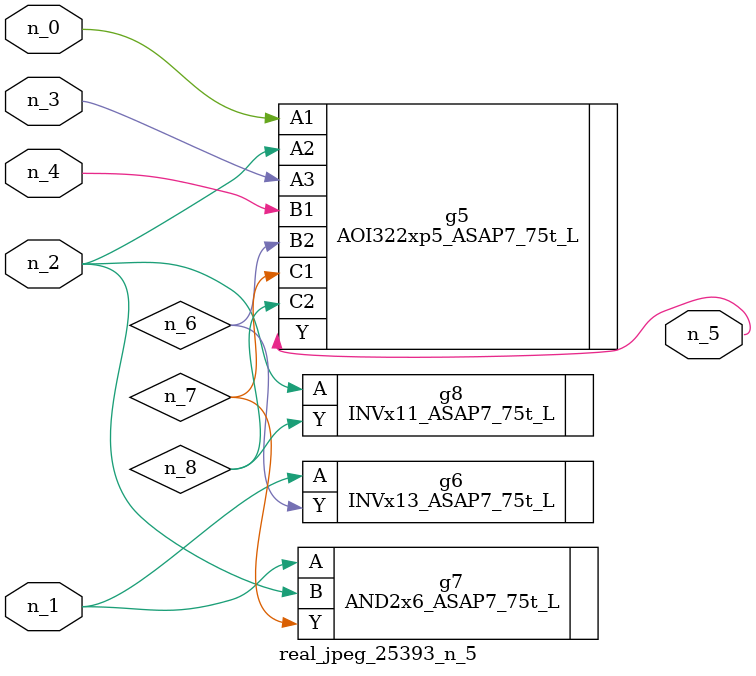
<source format=v>
module real_jpeg_25393_n_5 (n_4, n_0, n_1, n_2, n_3, n_5);

input n_4;
input n_0;
input n_1;
input n_2;
input n_3;

output n_5;

wire n_8;
wire n_6;
wire n_7;

AOI322xp5_ASAP7_75t_L g5 ( 
.A1(n_0),
.A2(n_2),
.A3(n_3),
.B1(n_4),
.B2(n_6),
.C1(n_7),
.C2(n_8),
.Y(n_5)
);

INVx13_ASAP7_75t_L g6 ( 
.A(n_1),
.Y(n_6)
);

AND2x6_ASAP7_75t_L g7 ( 
.A(n_1),
.B(n_2),
.Y(n_7)
);

INVx11_ASAP7_75t_L g8 ( 
.A(n_2),
.Y(n_8)
);


endmodule
</source>
